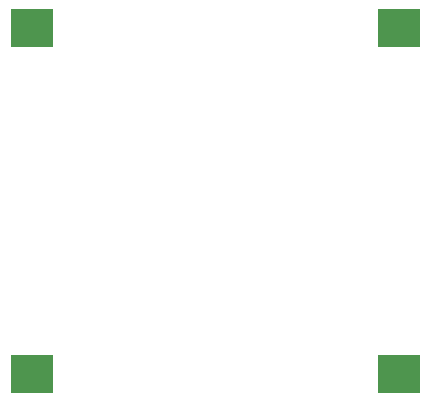
<source format=gbp>
G04 #@! TF.GenerationSoftware,KiCad,Pcbnew,(5.0.1-3-g963ef8bb5)*
G04 #@! TF.CreationDate,2018-12-12T19:15:58+01:00*
G04 #@! TF.ProjectId,kim-uno-rev1,6B696D2D756E6F2D726576312E6B6963,1*
G04 #@! TF.SameCoordinates,Original*
G04 #@! TF.FileFunction,Paste,Bot*
G04 #@! TF.FilePolarity,Positive*
%FSLAX46Y46*%
G04 Gerber Fmt 4.6, Leading zero omitted, Abs format (unit mm)*
G04 Created by KiCad (PCBNEW (5.0.1-3-g963ef8bb5)) date Wednesday, 12 December 2018 at 19:15:58*
%MOMM*%
%LPD*%
G01*
G04 APERTURE LIST*
%ADD10R,3.600000X3.200000*%
G04 APERTURE END LIST*
D10*
G04 #@! TO.C,BT1*
X158369000Y-131363000D03*
X158369000Y-102063000D03*
G04 #@! TD*
G04 #@! TO.C,BT2*
X127254000Y-102063000D03*
X127254000Y-131363000D03*
G04 #@! TD*
M02*

</source>
